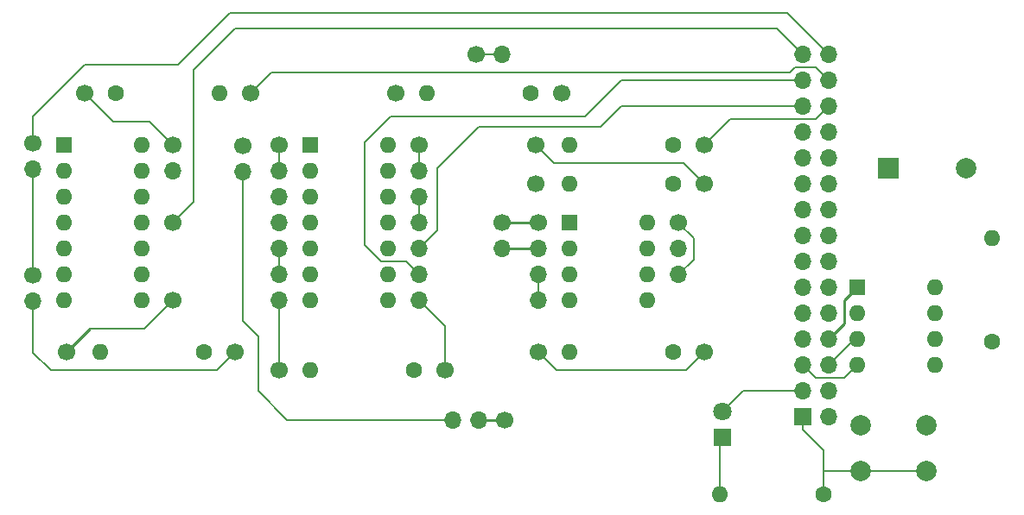
<source format=gbr>
%TF.GenerationSoftware,KiCad,Pcbnew,(6.0.5)*%
%TF.CreationDate,2022-06-20T20:36:39+02:00*%
%TF.ProjectId,bomba-robotabor,626f6d62-612d-4726-9f62-6f7461626f72,rev?*%
%TF.SameCoordinates,Original*%
%TF.FileFunction,Copper,L1,Top*%
%TF.FilePolarity,Positive*%
%FSLAX46Y46*%
G04 Gerber Fmt 4.6, Leading zero omitted, Abs format (unit mm)*
G04 Created by KiCad (PCBNEW (6.0.5)) date 2022-06-20 20:36:39*
%MOMM*%
%LPD*%
G01*
G04 APERTURE LIST*
%TA.AperFunction,ComponentPad*%
%ADD10C,1.600000*%
%TD*%
%TA.AperFunction,ComponentPad*%
%ADD11O,1.600000X1.600000*%
%TD*%
%TA.AperFunction,ComponentPad*%
%ADD12R,1.600000X1.600000*%
%TD*%
%TA.AperFunction,ComponentPad*%
%ADD13C,1.700000*%
%TD*%
%TA.AperFunction,ComponentPad*%
%ADD14O,1.700000X1.700000*%
%TD*%
%TA.AperFunction,ComponentPad*%
%ADD15C,2.000000*%
%TD*%
%TA.AperFunction,ComponentPad*%
%ADD16R,1.800000X1.800000*%
%TD*%
%TA.AperFunction,ComponentPad*%
%ADD17C,1.800000*%
%TD*%
%TA.AperFunction,ComponentPad*%
%ADD18R,2.000000X2.000000*%
%TD*%
%TA.AperFunction,ComponentPad*%
%ADD19R,1.700000X1.700000*%
%TD*%
%TA.AperFunction,Conductor*%
%ADD20C,0.200000*%
%TD*%
%TA.AperFunction,Conductor*%
%ADD21C,0.250000*%
%TD*%
G04 APERTURE END LIST*
D10*
%TO.P,R1,1*%
%TO.N,Net-(R1-Pad1)*%
X165100000Y-52070000D03*
D11*
%TO.P,R1,2*%
%TO.N,Net-(R1-Pad2)*%
X154940000Y-52070000D03*
%TD*%
D10*
%TO.P,R2,1*%
%TO.N,Net-(R2-Pad1)*%
X124460000Y-52070000D03*
D11*
%TO.P,R2,2*%
%TO.N,Net-(R2-Pad2)*%
X134620000Y-52070000D03*
%TD*%
D10*
%TO.P,R3,1*%
%TO.N,Net-(R3-Pad1)*%
X153670000Y-79248000D03*
D11*
%TO.P,R3,2*%
%TO.N,Net-(R3-Pad2)*%
X143510000Y-79248000D03*
%TD*%
D10*
%TO.P,R4,1*%
%TO.N,Net-(R4-Pad1)*%
X179070000Y-57150000D03*
D11*
%TO.P,R4,2*%
%TO.N,Net-(R4-Pad2)*%
X168910000Y-57150000D03*
%TD*%
D10*
%TO.P,R5,1*%
%TO.N,Net-(R5-Pad1)*%
X179070000Y-77470000D03*
D11*
%TO.P,R5,2*%
%TO.N,Net-(R5-Pad2)*%
X168910000Y-77470000D03*
%TD*%
D10*
%TO.P,R6,1*%
%TO.N,Net-(R3-Pad1)*%
X133096000Y-77470000D03*
D11*
%TO.P,R6,2*%
%TO.N,Net-(R6-Pad2)*%
X122936000Y-77470000D03*
%TD*%
D10*
%TO.P,R7,1*%
%TO.N,Net-(R7-Pad1)*%
X179070000Y-60960000D03*
D11*
%TO.P,R7,2*%
%TO.N,Net-(R7-Pad2)*%
X168910000Y-60960000D03*
%TD*%
D12*
%TO.P,U1,1*%
%TO.N,Net-(R1-Pad2)*%
X119380000Y-57150000D03*
D11*
%TO.P,U1,2*%
%TO.N,Net-(U1-Pad2)*%
X119380000Y-59690000D03*
%TO.P,U1,3*%
%TO.N,Net-(U1-Pad3)*%
X119380000Y-62230000D03*
%TO.P,U1,4*%
%TO.N,Net-(U1-Pad4)*%
X119380000Y-64770000D03*
%TO.P,U1,5*%
%TO.N,Net-(U1-Pad5)*%
X119380000Y-67310000D03*
%TO.P,U1,6*%
%TO.N,Net-(U1-Pad2)*%
X119380000Y-69850000D03*
%TO.P,U1,7*%
%TO.N,GND*%
X119380000Y-72390000D03*
%TO.P,U1,8*%
%TO.N,Net-(R1-Pad1)*%
X127000000Y-72390000D03*
%TO.P,U1,9*%
%TO.N,Net-(U1-Pad9)*%
X127000000Y-69850000D03*
%TO.P,U1,10*%
%TO.N,Net-(U1-Pad10)*%
X127000000Y-67310000D03*
%TO.P,U1,11*%
%TO.N,Net-(U1-Pad11)*%
X127000000Y-64770000D03*
%TO.P,U1,12*%
%TO.N,Net-(U1-Pad12)*%
X127000000Y-62230000D03*
%TO.P,U1,13*%
%TO.N,Net-(R2-Pad1)*%
X127000000Y-59690000D03*
%TO.P,U1,14*%
%TO.N,+5V*%
X127000000Y-57150000D03*
%TD*%
D12*
%TO.P,U2,1*%
%TO.N,Net-(U1-Pad2)*%
X143510000Y-57150000D03*
D11*
%TO.P,U2,2*%
%TO.N,Net-(R1-Pad1)*%
X143510000Y-59690000D03*
%TO.P,U2,3*%
%TO.N,Net-(R2-Pad2)*%
X143510000Y-62230000D03*
%TO.P,U2,4*%
%TO.N,Net-(U1-Pad11)*%
X143510000Y-64770000D03*
%TO.P,U2,5*%
%TO.N,Net-(U2-Pad5)*%
X143510000Y-67310000D03*
%TO.P,U2,6*%
%TO.N,Net-(R6-Pad2)*%
X143510000Y-69850000D03*
%TO.P,U2,7*%
%TO.N,GND*%
X143510000Y-72390000D03*
%TO.P,U2,8*%
%TO.N,Net-(U2-Pad5)*%
X151130000Y-72390000D03*
%TO.P,U2,9*%
%TO.N,Net-(U2-Pad9)*%
X151130000Y-69850000D03*
%TO.P,U2,10*%
%TO.N,Net-(R7-Pad2)*%
X151130000Y-67310000D03*
%TO.P,U2,11*%
%TO.N,Net-(R3-Pad2)*%
X151130000Y-64770000D03*
%TO.P,U2,12*%
%TO.N,Net-(R4-Pad2)*%
X151130000Y-62230000D03*
%TO.P,U2,13*%
%TO.N,Net-(R5-Pad2)*%
X151130000Y-59690000D03*
%TO.P,U2,14*%
%TO.N,+5V*%
X151130000Y-57150000D03*
%TD*%
D12*
%TO.P,U3,1*%
%TO.N,Net-(U2-Pad5)*%
X168910000Y-64770000D03*
D11*
%TO.P,U3,2*%
%TO.N,Net-(R3-Pad1)*%
X168910000Y-67310000D03*
%TO.P,U3,3*%
%TO.N,Net-(R4-Pad1)*%
X168910000Y-69850000D03*
%TO.P,U3,4*%
%TO.N,GND*%
X168910000Y-72390000D03*
%TO.P,U3,5*%
%TO.N,N/C*%
X176530000Y-72390000D03*
%TO.P,U3,6*%
%TO.N,Net-(R5-Pad1)*%
X176530000Y-69850000D03*
%TO.P,U3,7*%
%TO.N,Net-(U2-Pad9)*%
X176530000Y-67310000D03*
%TO.P,U3,8*%
%TO.N,Net-(R7-Pad1)*%
X176530000Y-64770000D03*
%TD*%
D13*
%TO.P, ,1*%
%TO.N,N/C*%
X140462000Y-57150000D03*
D14*
%TO.P, ,2*%
X140462000Y-59690000D03*
%TO.P, ,3*%
X140462000Y-62230000D03*
%TO.P, ,4*%
X140462000Y-64770000D03*
%TO.P, ,5*%
X140462000Y-67310000D03*
%TO.P, ,6*%
X140462000Y-69850000D03*
%TO.P, ,7*%
X140462000Y-72390000D03*
%TD*%
D13*
%TO.P, ,1*%
%TO.N,N/C*%
X154178000Y-57150000D03*
D14*
%TO.P, ,2*%
X154178000Y-59690000D03*
%TO.P, ,3*%
X154178000Y-62230000D03*
%TO.P, ,4*%
X154178000Y-64770000D03*
%TO.P, ,5*%
X154178000Y-67310000D03*
%TO.P, ,6*%
X154178000Y-69850000D03*
%TO.P, ,7*%
X154178000Y-72390000D03*
%TD*%
D13*
%TO.P, ,1*%
%TO.N,N/C*%
X165862000Y-64770000D03*
D14*
%TO.P, ,2*%
X165862000Y-67310000D03*
%TO.P, ,3*%
X165862000Y-69850000D03*
%TO.P, ,4*%
X165862000Y-72390000D03*
%TD*%
D13*
%TO.P, ,1*%
%TO.N,N/C*%
X182118000Y-77470000D03*
%TD*%
%TO.P,REF\u002A\u002A,1*%
%TO.N,N/C*%
X179603000Y-64770000D03*
D14*
%TO.P,REF\u002A\u002A,2*%
X179603000Y-67310000D03*
%TO.P,REF\u002A\u002A,3*%
X179603000Y-69850000D03*
%TD*%
D15*
%TO.P,RESET,1*%
%TO.N,N/C*%
X203910000Y-89118000D03*
X197410000Y-89118000D03*
%TO.P,RESET,2*%
X203910000Y-84618000D03*
X197410000Y-84618000D03*
%TD*%
D10*
%TO.P,R (PIEZO),1*%
%TO.N,N/C*%
X210312000Y-76454000D03*
D11*
%TO.P,R (PIEZO),2*%
X210312000Y-66294000D03*
%TD*%
D10*
%TO.P,R (LED),1*%
%TO.N,N/C*%
X193802000Y-91440000D03*
D11*
%TO.P,R (LED),2*%
X183642000Y-91440000D03*
%TD*%
D13*
%TO.P, ,1*%
%TO.N,N/C*%
X165608000Y-57150000D03*
%TD*%
%TO.P, ,1*%
%TO.N,N/C*%
X151892000Y-52070000D03*
%TD*%
%TO.P, ,1*%
%TO.N,N/C*%
X162306000Y-64770000D03*
D14*
%TO.P, ,2*%
X162306000Y-67310000D03*
%TD*%
D13*
%TO.P, ,1*%
%TO.N,N/C*%
X165862000Y-77470000D03*
%TD*%
%TO.P, ,1*%
%TO.N,N/C*%
X165608000Y-60960000D03*
%TD*%
D16*
%TO.P,LED,1*%
%TO.N,N/C*%
X183896000Y-85852000D03*
D17*
%TO.P,LED,2*%
X183896000Y-83312000D03*
%TD*%
D13*
%TO.P, ,1*%
%TO.N,N/C*%
X136144000Y-77470000D03*
%TD*%
D18*
%TO.P,PIEZO,1*%
%TO.N,N/C*%
X200162000Y-59436000D03*
D15*
%TO.P,PIEZO,2*%
X207762000Y-59436000D03*
%TD*%
D13*
%TO.P, ,1*%
%TO.N,N/C*%
X159766000Y-48260000D03*
D14*
%TO.P, ,2*%
X162306000Y-48260000D03*
%TD*%
D13*
%TO.P, ,1*%
%TO.N,N/C*%
X182118000Y-57150000D03*
%TD*%
%TO.P, ,1*%
%TO.N,N/C*%
X130048000Y-64770000D03*
%TD*%
D12*
%TO.P,MODE,1*%
%TO.N,N/C*%
X197114000Y-71130000D03*
D11*
%TO.P,MODE,2*%
X197114000Y-73670000D03*
%TO.P,MODE,3*%
X197114000Y-76210000D03*
%TO.P,MODE,4*%
X197114000Y-78750000D03*
%TO.P,MODE,5*%
X204734000Y-78750000D03*
%TO.P,MODE,6*%
X204734000Y-76210000D03*
%TO.P,MODE,7*%
X204734000Y-73670000D03*
%TO.P,MODE,8*%
X204734000Y-71130000D03*
%TD*%
D13*
%TO.P, ,1*%
%TO.N,N/C*%
X121412000Y-52070000D03*
%TD*%
%TO.P, ,1*%
%TO.N,N/C*%
X162560000Y-84099000D03*
D14*
%TO.P, ,2*%
X160020000Y-84099000D03*
%TO.P, ,3*%
X157480000Y-84099000D03*
%TD*%
D13*
%TO.P, ,1*%
%TO.N,N/C*%
X182118000Y-60960000D03*
%TD*%
%TO.P, ,1*%
%TO.N,N/C*%
X119634000Y-77470000D03*
%TD*%
%TO.P, ,1*%
%TO.N,N/C*%
X130048000Y-72390000D03*
%TD*%
%TO.P, ,1*%
%TO.N,N/C*%
X130048000Y-57150000D03*
D14*
%TO.P, ,2*%
X130048000Y-59690000D03*
%TD*%
D13*
%TO.P, ,1*%
%TO.N,N/C*%
X116357000Y-56916000D03*
D14*
%TO.P, ,2*%
X116357000Y-59456000D03*
%TD*%
D13*
%TO.P, ,1*%
%TO.N,N/C*%
X168148000Y-52070000D03*
%TD*%
%TO.P, ,1*%
%TO.N,N/C*%
X137668000Y-52070000D03*
%TD*%
%TO.P, ,1*%
%TO.N,N/C*%
X140462000Y-79248000D03*
%TD*%
%TO.P, ,1*%
%TO.N,N/C*%
X136906000Y-57170000D03*
D14*
%TO.P, ,2*%
X136906000Y-59710000D03*
%TD*%
D13*
%TO.P, ,1*%
%TO.N,N/C*%
X116357000Y-69870000D03*
D14*
%TO.P, ,2*%
X116357000Y-72410000D03*
%TD*%
D13*
%TO.P, ,1*%
%TO.N,N/C*%
X156718000Y-79248000D03*
%TD*%
D19*
%TO.P,REF\u002A\u002A,1*%
%TO.N,N/C*%
X191770000Y-83820000D03*
D14*
%TO.P,REF\u002A\u002A,2*%
X194310000Y-83820000D03*
%TO.P,REF\u002A\u002A,3*%
X191770000Y-81280000D03*
%TO.P,REF\u002A\u002A,4*%
X194310000Y-81280000D03*
%TO.P,REF\u002A\u002A,5*%
X191770000Y-78740000D03*
%TO.P,REF\u002A\u002A,6*%
X194310000Y-78740000D03*
%TO.P,REF\u002A\u002A,7*%
X191770000Y-76200000D03*
%TO.P,REF\u002A\u002A,8*%
X194310000Y-76200000D03*
%TO.P,REF\u002A\u002A,9*%
X191770000Y-73660000D03*
%TO.P,REF\u002A\u002A,10*%
X194310000Y-73660000D03*
%TO.P,REF\u002A\u002A,11*%
X191770000Y-71120000D03*
%TO.P,REF\u002A\u002A,12*%
X194310000Y-71120000D03*
%TO.P,REF\u002A\u002A,13*%
X191770000Y-68580000D03*
%TO.P,REF\u002A\u002A,14*%
X194310000Y-68580000D03*
%TO.P,REF\u002A\u002A,15*%
X191770000Y-66040000D03*
%TO.P,REF\u002A\u002A,16*%
X194310000Y-66040000D03*
%TO.P,REF\u002A\u002A,17*%
X191770000Y-63500000D03*
%TO.P,REF\u002A\u002A,18*%
X194310000Y-63500000D03*
%TO.P,REF\u002A\u002A,19*%
X191770000Y-60960000D03*
%TO.P,REF\u002A\u002A,20*%
X194310000Y-60960000D03*
%TO.P,REF\u002A\u002A,21*%
X191770000Y-58420000D03*
%TO.P,REF\u002A\u002A,22*%
X194310000Y-58420000D03*
%TO.P,REF\u002A\u002A,23*%
X191770000Y-55880000D03*
%TO.P,REF\u002A\u002A,24*%
X194310000Y-55880000D03*
%TO.P,REF\u002A\u002A,25*%
X191770000Y-53340000D03*
%TO.P,REF\u002A\u002A,26*%
X194310000Y-53340000D03*
%TO.P,REF\u002A\u002A,27*%
X191770000Y-50800000D03*
%TO.P,REF\u002A\u002A,28*%
X194310000Y-50800000D03*
%TO.P,REF\u002A\u002A,29*%
X191770000Y-48260000D03*
%TO.P,REF\u002A\u002A,30*%
X194310000Y-48260000D03*
%TD*%
D20*
%TO.N,*%
X182118000Y-57150000D02*
X184404000Y-54864000D01*
X154178000Y-59690000D02*
X154178000Y-57150000D01*
X132080000Y-49784000D02*
X136144000Y-45720000D01*
X140462000Y-67310000D02*
X140462000Y-69850000D01*
X194310000Y-78740000D02*
X196840000Y-76210000D01*
D21*
X195854000Y-72390000D02*
X195834000Y-72390000D01*
D20*
X136144000Y-77470000D02*
X134366000Y-79248000D01*
X154178000Y-64770000D02*
X154178000Y-62230000D01*
X183642000Y-88900000D02*
X183642000Y-86106000D01*
X173990000Y-50800000D02*
X191770000Y-50800000D01*
D21*
X195834000Y-72390000D02*
X195834000Y-74676000D01*
D20*
X179603000Y-64795000D02*
X179603000Y-64770000D01*
X184404000Y-54864000D02*
X184658000Y-54610000D01*
X187452000Y-44196000D02*
X190246000Y-44196000D01*
X151384000Y-54356000D02*
X170434000Y-54356000D01*
X138430000Y-81280000D02*
X141249000Y-84099000D01*
X139700000Y-50038000D02*
X190500000Y-50038000D01*
X180340000Y-79248000D02*
X167640000Y-79248000D01*
X171958000Y-55372000D02*
X173990000Y-53340000D01*
X160020000Y-55372000D02*
X171958000Y-55372000D01*
X182118000Y-77470000D02*
X180340000Y-79248000D01*
X193040000Y-80010000D02*
X191770000Y-78740000D01*
X167386000Y-58928000D02*
X165608000Y-57150000D01*
X165862000Y-72390000D02*
X165862000Y-69850000D01*
X131572000Y-79248000D02*
X118110000Y-79248000D01*
D21*
X160020000Y-84099000D02*
X162560000Y-84099000D01*
D20*
X137668000Y-52070000D02*
X139700000Y-50038000D01*
X140462000Y-57150000D02*
X140462000Y-59690000D01*
X148844000Y-56896000D02*
X151384000Y-54356000D01*
X197114000Y-78750000D02*
X195854000Y-80010000D01*
X127254000Y-75184000D02*
X130048000Y-72390000D01*
X193802000Y-89154000D02*
X197374000Y-89154000D01*
X191770000Y-85090000D02*
X193802000Y-87122000D01*
X185928000Y-81280000D02*
X183896000Y-83312000D01*
X116357000Y-69870000D02*
X116357000Y-59456000D01*
X136144000Y-45720000D02*
X189230000Y-45720000D01*
X138430000Y-81280000D02*
X138430000Y-75946000D01*
X193040000Y-54610000D02*
X194310000Y-53340000D01*
X121412000Y-49276000D02*
X130556000Y-49276000D01*
X121412000Y-52070000D02*
X124206000Y-54864000D01*
X196840000Y-76210000D02*
X197114000Y-76210000D01*
X155956000Y-65532000D02*
X155956000Y-59436000D01*
X156718000Y-74930000D02*
X154178000Y-72390000D01*
X181102000Y-66294000D02*
X179603000Y-64795000D01*
X180086000Y-58928000D02*
X167386000Y-58928000D01*
X182118000Y-60960000D02*
X180086000Y-58928000D01*
X130048000Y-64770000D02*
X132080000Y-62738000D01*
X184658000Y-54610000D02*
X190500000Y-54610000D01*
X150495000Y-68580000D02*
X148844000Y-66929000D01*
D21*
X119634000Y-77470000D02*
X121920000Y-75184000D01*
D20*
X183642000Y-91440000D02*
X183642000Y-88900000D01*
X191008000Y-49530000D02*
X193040000Y-49530000D01*
X191770000Y-83820000D02*
X191770000Y-85090000D01*
X116357000Y-54331000D02*
X121412000Y-49276000D01*
X138430000Y-75946000D02*
X136906000Y-74422000D01*
X170434000Y-54356000D02*
X173990000Y-50800000D01*
X197374000Y-89154000D02*
X197410000Y-89118000D01*
X173990000Y-53340000D02*
X191770000Y-53340000D01*
X140462000Y-79248000D02*
X140462000Y-72898000D01*
D21*
X162306000Y-64770000D02*
X165862000Y-64770000D01*
D20*
X154178000Y-69850000D02*
X152908000Y-68580000D01*
X190500000Y-50038000D02*
X191008000Y-49530000D01*
X162560000Y-48260000D02*
X160020000Y-48260000D01*
X156718000Y-79248000D02*
X156718000Y-74930000D01*
X179603000Y-69850000D02*
X181102000Y-68351000D01*
X141249000Y-84099000D02*
X157480000Y-84099000D01*
X127762000Y-54864000D02*
X130048000Y-57150000D01*
D21*
X197114000Y-71130000D02*
X195854000Y-72390000D01*
D20*
X140462000Y-72898000D02*
X140970000Y-72390000D01*
X132080000Y-62738000D02*
X132080000Y-49784000D01*
X154178000Y-67310000D02*
X155956000Y-65532000D01*
X116357000Y-56916000D02*
X116357000Y-54331000D01*
X121920000Y-75184000D02*
X127254000Y-75184000D01*
X190500000Y-54610000D02*
X193040000Y-54610000D01*
X135636000Y-44196000D02*
X187452000Y-44196000D01*
X189230000Y-45720000D02*
X191770000Y-48260000D01*
X190246000Y-44196000D02*
X194310000Y-48260000D01*
X183642000Y-86106000D02*
X183896000Y-85852000D01*
X118110000Y-79248000D02*
X116357000Y-77495000D01*
X197410000Y-89118000D02*
X203910000Y-89118000D01*
X193802000Y-91440000D02*
X193802000Y-89154000D01*
X136906000Y-74422000D02*
X136906000Y-59710000D01*
D21*
X162306000Y-67310000D02*
X165862000Y-67310000D01*
D20*
X152908000Y-68580000D02*
X150495000Y-68580000D01*
X116357000Y-77495000D02*
X116357000Y-72410000D01*
X193040000Y-49530000D02*
X194310000Y-50800000D01*
X124206000Y-54864000D02*
X127762000Y-54864000D01*
D21*
X195834000Y-74676000D02*
X194310000Y-76200000D01*
D20*
X155956000Y-59436000D02*
X160020000Y-55372000D01*
X193802000Y-87122000D02*
X193802000Y-89154000D01*
X195854000Y-80010000D02*
X193040000Y-80010000D01*
X181102000Y-68351000D02*
X181102000Y-66294000D01*
X165862000Y-77470000D02*
X167640000Y-79248000D01*
X191770000Y-81280000D02*
X185928000Y-81280000D01*
X148844000Y-66929000D02*
X148844000Y-56896000D01*
X130556000Y-49276000D02*
X135636000Y-44196000D01*
X134366000Y-79248000D02*
X131572000Y-79248000D01*
%TD*%
M02*

</source>
